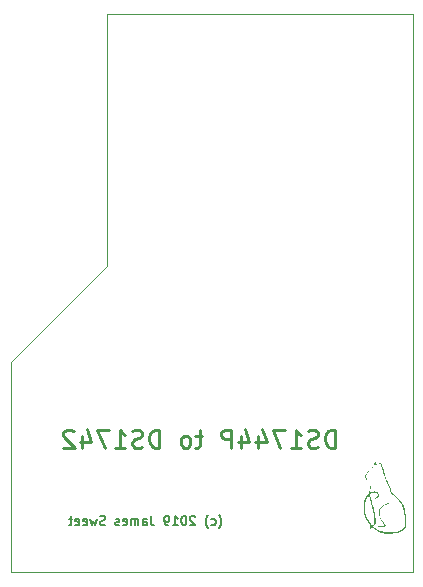
<source format=gbo>
G04 (created by PCBNEW (2013-07-07 BZR 4022)-stable) date 10/10/2019 9:23:04 PM*
%MOIN*%
G04 Gerber Fmt 3.4, Leading zero omitted, Abs format*
%FSLAX34Y34*%
G01*
G70*
G90*
G04 APERTURE LIST*
%ADD10C,0.00590551*%
%ADD11C,0.0075*%
%ADD12C,0.01*%
%ADD13C,0.00393701*%
%ADD14C,0.0001*%
G04 APERTURE END LIST*
G54D10*
G54D11*
X81028Y-68935D02*
X81042Y-68921D01*
X81071Y-68878D01*
X81085Y-68850D01*
X81099Y-68807D01*
X81114Y-68735D01*
X81114Y-68678D01*
X81099Y-68607D01*
X81085Y-68564D01*
X81071Y-68535D01*
X81042Y-68492D01*
X81028Y-68478D01*
X80785Y-68807D02*
X80814Y-68821D01*
X80871Y-68821D01*
X80899Y-68807D01*
X80914Y-68792D01*
X80928Y-68764D01*
X80928Y-68678D01*
X80914Y-68650D01*
X80899Y-68635D01*
X80871Y-68621D01*
X80814Y-68621D01*
X80785Y-68635D01*
X80685Y-68935D02*
X80671Y-68921D01*
X80642Y-68878D01*
X80628Y-68850D01*
X80614Y-68807D01*
X80599Y-68735D01*
X80599Y-68678D01*
X80614Y-68607D01*
X80628Y-68564D01*
X80642Y-68535D01*
X80671Y-68492D01*
X80685Y-68478D01*
X80242Y-68550D02*
X80228Y-68535D01*
X80199Y-68521D01*
X80128Y-68521D01*
X80099Y-68535D01*
X80085Y-68550D01*
X80071Y-68578D01*
X80071Y-68607D01*
X80085Y-68650D01*
X80257Y-68821D01*
X80071Y-68821D01*
X79885Y-68521D02*
X79857Y-68521D01*
X79828Y-68535D01*
X79814Y-68550D01*
X79799Y-68578D01*
X79785Y-68635D01*
X79785Y-68707D01*
X79799Y-68764D01*
X79814Y-68792D01*
X79828Y-68807D01*
X79857Y-68821D01*
X79885Y-68821D01*
X79914Y-68807D01*
X79928Y-68792D01*
X79942Y-68764D01*
X79957Y-68707D01*
X79957Y-68635D01*
X79942Y-68578D01*
X79928Y-68550D01*
X79914Y-68535D01*
X79885Y-68521D01*
X79500Y-68821D02*
X79671Y-68821D01*
X79585Y-68821D02*
X79585Y-68521D01*
X79614Y-68564D01*
X79642Y-68592D01*
X79671Y-68607D01*
X79357Y-68821D02*
X79300Y-68821D01*
X79271Y-68807D01*
X79257Y-68792D01*
X79228Y-68750D01*
X79214Y-68692D01*
X79214Y-68578D01*
X79228Y-68550D01*
X79242Y-68535D01*
X79271Y-68521D01*
X79328Y-68521D01*
X79357Y-68535D01*
X79371Y-68550D01*
X79385Y-68578D01*
X79385Y-68650D01*
X79371Y-68678D01*
X79357Y-68692D01*
X79328Y-68707D01*
X79271Y-68707D01*
X79242Y-68692D01*
X79228Y-68678D01*
X79214Y-68650D01*
X78771Y-68521D02*
X78771Y-68735D01*
X78785Y-68778D01*
X78814Y-68807D01*
X78857Y-68821D01*
X78885Y-68821D01*
X78500Y-68821D02*
X78500Y-68664D01*
X78514Y-68635D01*
X78542Y-68621D01*
X78600Y-68621D01*
X78628Y-68635D01*
X78500Y-68807D02*
X78528Y-68821D01*
X78600Y-68821D01*
X78628Y-68807D01*
X78642Y-68778D01*
X78642Y-68750D01*
X78628Y-68721D01*
X78600Y-68707D01*
X78528Y-68707D01*
X78500Y-68692D01*
X78357Y-68821D02*
X78357Y-68621D01*
X78357Y-68650D02*
X78342Y-68635D01*
X78314Y-68621D01*
X78271Y-68621D01*
X78242Y-68635D01*
X78228Y-68664D01*
X78228Y-68821D01*
X78228Y-68664D02*
X78214Y-68635D01*
X78185Y-68621D01*
X78142Y-68621D01*
X78114Y-68635D01*
X78100Y-68664D01*
X78100Y-68821D01*
X77842Y-68807D02*
X77871Y-68821D01*
X77928Y-68821D01*
X77957Y-68807D01*
X77971Y-68778D01*
X77971Y-68664D01*
X77957Y-68635D01*
X77928Y-68621D01*
X77871Y-68621D01*
X77842Y-68635D01*
X77828Y-68664D01*
X77828Y-68692D01*
X77971Y-68721D01*
X77714Y-68807D02*
X77685Y-68821D01*
X77628Y-68821D01*
X77600Y-68807D01*
X77585Y-68778D01*
X77585Y-68764D01*
X77600Y-68735D01*
X77628Y-68721D01*
X77671Y-68721D01*
X77700Y-68707D01*
X77714Y-68678D01*
X77714Y-68664D01*
X77700Y-68635D01*
X77671Y-68621D01*
X77628Y-68621D01*
X77600Y-68635D01*
X77242Y-68807D02*
X77200Y-68821D01*
X77128Y-68821D01*
X77100Y-68807D01*
X77085Y-68792D01*
X77071Y-68764D01*
X77071Y-68735D01*
X77085Y-68707D01*
X77100Y-68692D01*
X77128Y-68678D01*
X77185Y-68664D01*
X77214Y-68650D01*
X77228Y-68635D01*
X77242Y-68607D01*
X77242Y-68578D01*
X77228Y-68550D01*
X77214Y-68535D01*
X77185Y-68521D01*
X77114Y-68521D01*
X77071Y-68535D01*
X76971Y-68621D02*
X76914Y-68821D01*
X76857Y-68678D01*
X76800Y-68821D01*
X76742Y-68621D01*
X76514Y-68807D02*
X76542Y-68821D01*
X76600Y-68821D01*
X76628Y-68807D01*
X76642Y-68778D01*
X76642Y-68664D01*
X76628Y-68635D01*
X76600Y-68621D01*
X76542Y-68621D01*
X76514Y-68635D01*
X76500Y-68664D01*
X76500Y-68692D01*
X76642Y-68721D01*
X76257Y-68807D02*
X76285Y-68821D01*
X76342Y-68821D01*
X76371Y-68807D01*
X76385Y-68778D01*
X76385Y-68664D01*
X76371Y-68635D01*
X76342Y-68621D01*
X76285Y-68621D01*
X76257Y-68635D01*
X76242Y-68664D01*
X76242Y-68692D01*
X76385Y-68721D01*
X76157Y-68621D02*
X76042Y-68621D01*
X76114Y-68521D02*
X76114Y-68778D01*
X76100Y-68807D01*
X76071Y-68821D01*
X76042Y-68821D01*
G54D12*
X84914Y-66242D02*
X84914Y-65642D01*
X84771Y-65642D01*
X84685Y-65671D01*
X84628Y-65728D01*
X84600Y-65785D01*
X84571Y-65900D01*
X84571Y-65985D01*
X84600Y-66100D01*
X84628Y-66157D01*
X84685Y-66214D01*
X84771Y-66242D01*
X84914Y-66242D01*
X84342Y-66214D02*
X84257Y-66242D01*
X84114Y-66242D01*
X84057Y-66214D01*
X84028Y-66185D01*
X84000Y-66128D01*
X84000Y-66071D01*
X84028Y-66014D01*
X84057Y-65985D01*
X84114Y-65957D01*
X84228Y-65928D01*
X84285Y-65900D01*
X84314Y-65871D01*
X84342Y-65814D01*
X84342Y-65757D01*
X84314Y-65700D01*
X84285Y-65671D01*
X84228Y-65642D01*
X84085Y-65642D01*
X84000Y-65671D01*
X83428Y-66242D02*
X83771Y-66242D01*
X83600Y-66242D02*
X83600Y-65642D01*
X83657Y-65728D01*
X83714Y-65785D01*
X83771Y-65814D01*
X83228Y-65642D02*
X82828Y-65642D01*
X83085Y-66242D01*
X82342Y-65842D02*
X82342Y-66242D01*
X82485Y-65614D02*
X82628Y-66042D01*
X82257Y-66042D01*
X81771Y-65842D02*
X81771Y-66242D01*
X81914Y-65614D02*
X82057Y-66042D01*
X81685Y-66042D01*
X81457Y-66242D02*
X81457Y-65642D01*
X81228Y-65642D01*
X81171Y-65671D01*
X81142Y-65700D01*
X81114Y-65757D01*
X81114Y-65842D01*
X81142Y-65900D01*
X81171Y-65928D01*
X81228Y-65957D01*
X81457Y-65957D01*
X80485Y-65842D02*
X80257Y-65842D01*
X80400Y-65642D02*
X80400Y-66157D01*
X80371Y-66214D01*
X80314Y-66242D01*
X80257Y-66242D01*
X79971Y-66242D02*
X80028Y-66214D01*
X80057Y-66185D01*
X80085Y-66128D01*
X80085Y-65957D01*
X80057Y-65900D01*
X80028Y-65871D01*
X79971Y-65842D01*
X79885Y-65842D01*
X79828Y-65871D01*
X79800Y-65900D01*
X79771Y-65957D01*
X79771Y-66128D01*
X79800Y-66185D01*
X79828Y-66214D01*
X79885Y-66242D01*
X79971Y-66242D01*
X79057Y-66242D02*
X79057Y-65642D01*
X78914Y-65642D01*
X78828Y-65671D01*
X78771Y-65728D01*
X78742Y-65785D01*
X78714Y-65900D01*
X78714Y-65985D01*
X78742Y-66100D01*
X78771Y-66157D01*
X78828Y-66214D01*
X78914Y-66242D01*
X79057Y-66242D01*
X78485Y-66214D02*
X78400Y-66242D01*
X78257Y-66242D01*
X78200Y-66214D01*
X78171Y-66185D01*
X78142Y-66128D01*
X78142Y-66071D01*
X78171Y-66014D01*
X78200Y-65985D01*
X78257Y-65957D01*
X78371Y-65928D01*
X78428Y-65900D01*
X78457Y-65871D01*
X78485Y-65814D01*
X78485Y-65757D01*
X78457Y-65700D01*
X78428Y-65671D01*
X78371Y-65642D01*
X78228Y-65642D01*
X78142Y-65671D01*
X77571Y-66242D02*
X77914Y-66242D01*
X77742Y-66242D02*
X77742Y-65642D01*
X77800Y-65728D01*
X77857Y-65785D01*
X77914Y-65814D01*
X77371Y-65642D02*
X76971Y-65642D01*
X77228Y-66242D01*
X76485Y-65842D02*
X76485Y-66242D01*
X76628Y-65614D02*
X76771Y-66042D01*
X76399Y-66042D01*
X76199Y-65700D02*
X76171Y-65671D01*
X76114Y-65642D01*
X75971Y-65642D01*
X75914Y-65671D01*
X75885Y-65700D01*
X75857Y-65757D01*
X75857Y-65814D01*
X75885Y-65900D01*
X76228Y-66242D01*
X75857Y-66242D01*
G54D13*
X77300Y-60200D02*
X75700Y-61800D01*
X77300Y-51800D02*
X77500Y-51800D01*
X77300Y-60200D02*
X77300Y-51800D01*
X87500Y-70400D02*
X74100Y-70400D01*
X74100Y-63400D02*
X74100Y-70400D01*
X75700Y-61800D02*
X74100Y-63400D01*
X87500Y-51800D02*
X77500Y-51800D01*
X87500Y-70400D02*
X87500Y-51800D01*
G54D14*
G36*
X87279Y-68747D02*
X87278Y-68797D01*
X87276Y-68834D01*
X87273Y-68860D01*
X87268Y-68880D01*
X87261Y-68897D01*
X87256Y-68907D01*
X87215Y-68963D01*
X87160Y-69010D01*
X87087Y-69048D01*
X86996Y-69077D01*
X86948Y-69089D01*
X86888Y-69099D01*
X86817Y-69106D01*
X86743Y-69110D01*
X86674Y-69110D01*
X86615Y-69107D01*
X86597Y-69105D01*
X86488Y-69079D01*
X86382Y-69041D01*
X86283Y-68990D01*
X86197Y-68932D01*
X86186Y-68922D01*
X86158Y-68901D01*
X86139Y-68893D01*
X86125Y-68897D01*
X86112Y-68917D01*
X86111Y-68936D01*
X86107Y-68959D01*
X86093Y-68965D01*
X86074Y-68952D01*
X86070Y-68948D01*
X86063Y-68929D01*
X86070Y-68904D01*
X86092Y-68868D01*
X86093Y-68866D01*
X86098Y-68853D01*
X86093Y-68836D01*
X86074Y-68811D01*
X86069Y-68805D01*
X86011Y-68725D01*
X85959Y-68629D01*
X85918Y-68524D01*
X85917Y-68524D01*
X85904Y-68480D01*
X85894Y-68443D01*
X85888Y-68406D01*
X85884Y-68363D01*
X85881Y-68308D01*
X85879Y-68260D01*
X85880Y-68144D01*
X85889Y-68044D01*
X85908Y-67959D01*
X85938Y-67886D01*
X85980Y-67823D01*
X86011Y-67787D01*
X86038Y-67757D01*
X86053Y-67734D01*
X86058Y-67709D01*
X86059Y-67692D01*
X86062Y-67663D01*
X86068Y-67624D01*
X86078Y-67579D01*
X86090Y-67534D01*
X86102Y-67492D01*
X86114Y-67458D01*
X86124Y-67436D01*
X86131Y-67430D01*
X86131Y-67431D01*
X86130Y-67442D01*
X86125Y-67469D01*
X86117Y-67507D01*
X86114Y-67520D01*
X86103Y-67570D01*
X86094Y-67623D01*
X86088Y-67666D01*
X86087Y-67667D01*
X86085Y-67702D01*
X86086Y-67720D01*
X86092Y-67725D01*
X86100Y-67723D01*
X86166Y-67704D01*
X86230Y-67699D01*
X86288Y-67706D01*
X86334Y-67725D01*
X86351Y-67739D01*
X86375Y-67776D01*
X86379Y-67816D01*
X86365Y-67857D01*
X86331Y-67895D01*
X86314Y-67908D01*
X86278Y-67930D01*
X86258Y-67939D01*
X86255Y-67933D01*
X86268Y-67913D01*
X86288Y-67890D01*
X86322Y-67845D01*
X86338Y-67807D01*
X86336Y-67778D01*
X86317Y-67760D01*
X86279Y-67747D01*
X86233Y-67742D01*
X86185Y-67743D01*
X86141Y-67752D01*
X86107Y-67766D01*
X86091Y-67782D01*
X86086Y-67797D01*
X86085Y-67819D01*
X86089Y-67850D01*
X86097Y-67893D01*
X86110Y-67948D01*
X86129Y-68019D01*
X86154Y-68108D01*
X86167Y-68155D01*
X86196Y-68259D01*
X86219Y-68346D01*
X86237Y-68420D01*
X86249Y-68485D01*
X86257Y-68545D01*
X86262Y-68603D01*
X86263Y-68663D01*
X86264Y-68676D01*
X86263Y-68728D01*
X86262Y-68764D01*
X86258Y-68787D01*
X86252Y-68803D01*
X86241Y-68815D01*
X86237Y-68820D01*
X86224Y-68830D01*
X86224Y-68724D01*
X86223Y-68674D01*
X86223Y-68662D01*
X86220Y-68595D01*
X86215Y-68532D01*
X86205Y-68469D01*
X86192Y-68400D01*
X86174Y-68321D01*
X86150Y-68229D01*
X86139Y-68190D01*
X86121Y-68122D01*
X86104Y-68051D01*
X86088Y-67985D01*
X86077Y-67929D01*
X86073Y-67908D01*
X86055Y-67803D01*
X86029Y-67827D01*
X86002Y-67861D01*
X85974Y-67910D01*
X85949Y-67966D01*
X85930Y-68025D01*
X85924Y-68049D01*
X85911Y-68151D01*
X85912Y-68262D01*
X85926Y-68377D01*
X85953Y-68490D01*
X85989Y-68594D01*
X86029Y-68671D01*
X86070Y-68734D01*
X86106Y-68778D01*
X86138Y-68804D01*
X86167Y-68813D01*
X86196Y-68805D01*
X86205Y-68799D01*
X86214Y-68790D01*
X86220Y-68777D01*
X86223Y-68757D01*
X86224Y-68724D01*
X86224Y-68830D01*
X86215Y-68838D01*
X86195Y-68846D01*
X86194Y-68846D01*
X86180Y-68849D01*
X86181Y-68858D01*
X86199Y-68876D01*
X86233Y-68903D01*
X86239Y-68908D01*
X86342Y-68973D01*
X86448Y-69020D01*
X86561Y-69050D01*
X86685Y-69064D01*
X86731Y-69065D01*
X86846Y-69060D01*
X86949Y-69045D01*
X87039Y-69020D01*
X87114Y-68986D01*
X87172Y-68943D01*
X87213Y-68892D01*
X87230Y-68850D01*
X87241Y-68790D01*
X87244Y-68715D01*
X87240Y-68629D01*
X87231Y-68535D01*
X87217Y-68438D01*
X87198Y-68343D01*
X87175Y-68254D01*
X87149Y-68175D01*
X87130Y-68131D01*
X87094Y-68063D01*
X87051Y-68003D01*
X86998Y-67946D01*
X86930Y-67889D01*
X86905Y-67869D01*
X86851Y-67826D01*
X86811Y-67790D01*
X86784Y-67757D01*
X86764Y-67721D01*
X86750Y-67679D01*
X86742Y-67646D01*
X86730Y-67596D01*
X86718Y-67556D01*
X86704Y-67520D01*
X86684Y-67480D01*
X86657Y-67429D01*
X86649Y-67416D01*
X86630Y-67380D01*
X86612Y-67344D01*
X86595Y-67305D01*
X86579Y-67259D01*
X86561Y-67204D01*
X86541Y-67136D01*
X86517Y-67052D01*
X86506Y-67013D01*
X86489Y-66956D01*
X86472Y-66901D01*
X86456Y-66854D01*
X86443Y-66821D01*
X86442Y-66820D01*
X86418Y-66765D01*
X86394Y-66835D01*
X86382Y-66876D01*
X86374Y-66914D01*
X86371Y-66937D01*
X86369Y-66957D01*
X86364Y-66958D01*
X86360Y-66953D01*
X86359Y-66936D01*
X86362Y-66904D01*
X86368Y-66862D01*
X86377Y-66815D01*
X86388Y-66771D01*
X86400Y-66733D01*
X86404Y-66723D01*
X86412Y-66718D01*
X86425Y-66733D01*
X86442Y-66763D01*
X86461Y-66807D01*
X86483Y-66863D01*
X86506Y-66928D01*
X86529Y-66999D01*
X86548Y-67067D01*
X86565Y-67128D01*
X86581Y-67184D01*
X86595Y-67230D01*
X86606Y-67263D01*
X86612Y-67276D01*
X86622Y-67296D01*
X86640Y-67330D01*
X86663Y-67374D01*
X86688Y-67422D01*
X86691Y-67427D01*
X86723Y-67491D01*
X86748Y-67550D01*
X86765Y-67598D01*
X86769Y-67615D01*
X86784Y-67673D01*
X86804Y-67719D01*
X86833Y-67759D01*
X86876Y-67799D01*
X86905Y-67822D01*
X86992Y-67890D01*
X87060Y-67952D01*
X87113Y-68010D01*
X87151Y-68065D01*
X87159Y-68081D01*
X87201Y-68173D01*
X87234Y-68270D01*
X87256Y-68377D01*
X87271Y-68497D01*
X87278Y-68633D01*
X87278Y-68680D01*
X87279Y-68747D01*
X87279Y-68747D01*
X87279Y-68747D01*
G37*
G36*
X86753Y-68094D02*
X86683Y-68113D01*
X86589Y-68146D01*
X86514Y-68189D01*
X86458Y-68242D01*
X86419Y-68305D01*
X86407Y-68340D01*
X86396Y-68401D01*
X86400Y-68464D01*
X86419Y-68532D01*
X86454Y-68605D01*
X86506Y-68688D01*
X86543Y-68740D01*
X86573Y-68780D01*
X86597Y-68814D01*
X86613Y-68838D01*
X86618Y-68849D01*
X86609Y-68859D01*
X86594Y-68866D01*
X86573Y-68871D01*
X86538Y-68875D01*
X86495Y-68878D01*
X86448Y-68881D01*
X86402Y-68883D01*
X86362Y-68883D01*
X86332Y-68882D01*
X86318Y-68879D01*
X86317Y-68878D01*
X86328Y-68863D01*
X86358Y-68850D01*
X86407Y-68841D01*
X86464Y-68836D01*
X86562Y-68830D01*
X86503Y-68749D01*
X86439Y-68654D01*
X86395Y-68566D01*
X86369Y-68485D01*
X86363Y-68409D01*
X86374Y-68337D01*
X86381Y-68317D01*
X86419Y-68246D01*
X86473Y-68186D01*
X86539Y-68139D01*
X86615Y-68109D01*
X86683Y-68097D01*
X86753Y-68094D01*
X86753Y-68094D01*
X86753Y-68094D01*
G37*
G36*
X86268Y-66877D02*
X86265Y-66886D01*
X86241Y-66889D01*
X86238Y-66889D01*
X86182Y-66897D01*
X86132Y-66923D01*
X86087Y-66966D01*
X86047Y-67026D01*
X86020Y-67066D01*
X85988Y-67105D01*
X85972Y-67123D01*
X85949Y-67146D01*
X85937Y-67168D01*
X85935Y-67191D01*
X85943Y-67223D01*
X85962Y-67266D01*
X85971Y-67286D01*
X85989Y-67324D01*
X85997Y-67344D01*
X85997Y-67350D01*
X85990Y-67343D01*
X85986Y-67338D01*
X85973Y-67318D01*
X85957Y-67286D01*
X85939Y-67249D01*
X85923Y-67212D01*
X85912Y-67182D01*
X85909Y-67167D01*
X85917Y-67149D01*
X85937Y-67129D01*
X85942Y-67125D01*
X85962Y-67106D01*
X85989Y-67074D01*
X86018Y-67034D01*
X86032Y-67012D01*
X86066Y-66963D01*
X86095Y-66929D01*
X86122Y-66907D01*
X86133Y-66901D01*
X86172Y-66885D01*
X86210Y-66874D01*
X86243Y-66870D01*
X86265Y-66874D01*
X86268Y-66877D01*
X86268Y-66877D01*
X86268Y-66877D01*
G37*
G36*
X86305Y-66817D02*
X86304Y-66817D01*
X86301Y-66830D01*
X86295Y-66826D01*
X86284Y-66804D01*
X86284Y-66803D01*
X86271Y-66774D01*
X86262Y-66752D01*
X86261Y-66749D01*
X86254Y-66747D01*
X86243Y-66765D01*
X86236Y-66779D01*
X86225Y-66805D01*
X86215Y-66820D01*
X86213Y-66820D01*
X86212Y-66808D01*
X86216Y-66782D01*
X86223Y-66750D01*
X86232Y-66719D01*
X86240Y-66697D01*
X86243Y-66692D01*
X86252Y-66694D01*
X86265Y-66712D01*
X86279Y-66738D01*
X86292Y-66768D01*
X86302Y-66796D01*
X86305Y-66817D01*
X86305Y-66817D01*
X86305Y-66817D01*
G37*
M02*

</source>
